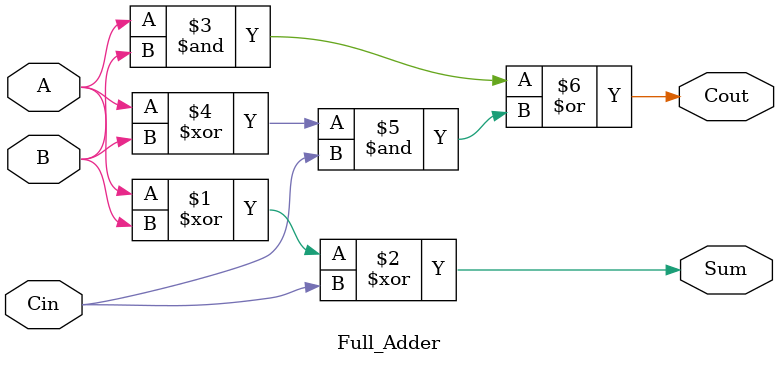
<source format=v>
`timescale 1ns / 1ps

module Full_Adder(
    input A,
    input B,
    input Cin,
    output Sum,
    output Cout
    );
    
    assign Sum = (A ^ B) ^ Cin;
    assign Cout = (A & B) | ((A ^ B) & Cin);
endmodule

</source>
